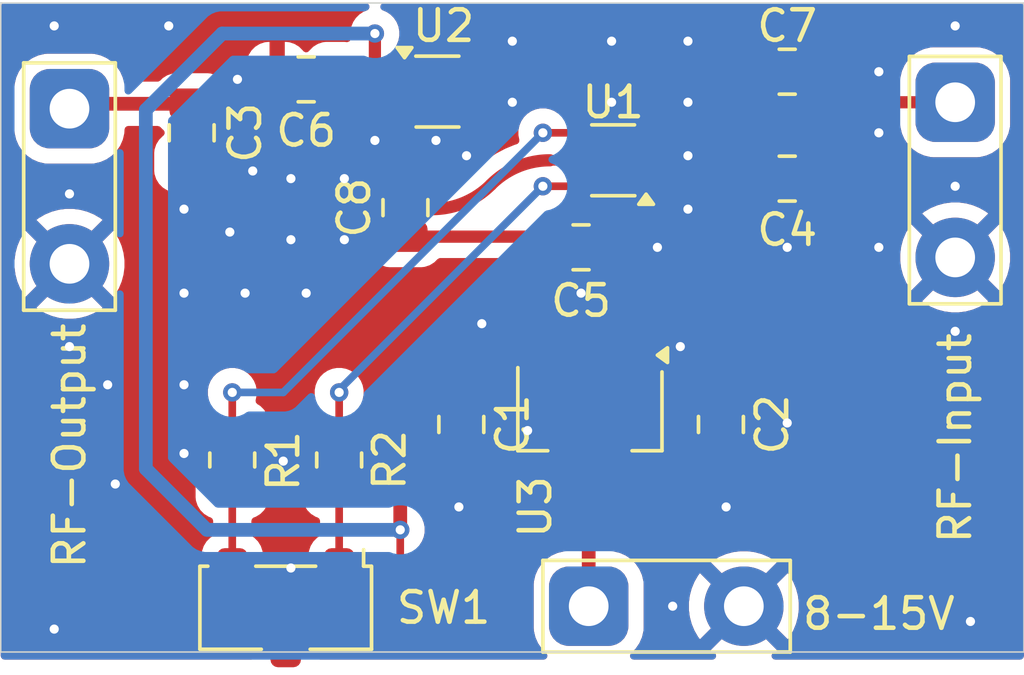
<source format=kicad_pcb>
(kicad_pcb (version 20241229) (generator "pcbnew") (generator_version "9.0")
  (title_block (title "30MHz LNA with RF switch") (date "2026-01-19") (rev "V1.0") (company "Z32IT"))
  (layers (0 "F.Cu" signal) (2 "B.Cu" signal) (13 "F.Paste" user) (15 "B.Paste" user) (5 "F.SilkS" user "F.Silkscreen") (7 "B.SilkS" user "B.Silkscreen") (1 "F.Mask" user) (3 "B.Mask" user) (25 "Edge.Cuts" user))
  (net 0 "")
  (net 1 "GND")
  (net 2 "+5V")
  (net 3 "+12V")
  (net 4 "Net-(U1-J1)")
  (net 5 "/RF_out")
  (net 6 "Net-(U1-J3)")
  (net 7 "/RF_in")
  (net 8 "Net-(U1-J2)")
  (net 9 "/LNA_out")
  (net 10 "Net-(C7-Pad1)")
  (net 11 "Net-(C8-Pad2)")
  (net 12 "/PA_ON")
  (net 13 "Net-(U1-V1)")
  (net 14 "Net-(U1-V2)")
  (net 15 "/PA_OFF")
  (footprint "Capacitor_SMD:C_0805_2012Metric" (layer "F.Cu") (at 138.58 80.3 -90)
    (property "Reference" "C2" (at 0 -1.68 90) (layer "F.SilkS"))
    (property "Value" "1u" (hide yes))
    (fp_line (start -0.261252 0.735) (end 0.261252 0.735) (stroke (width 0.12)) (layer "F.SilkS"))
    (fp_line (start -0.261252 -0.735) (end 0.261252 -0.735) (stroke (width 0.12)) (layer "F.SilkS"))
    (pad "1" smd roundrect (at -0.95 0 270) (size 1 1.45) (layers "F.Cu" "F.Mask" "F.Paste") (net 3 "+12V"))
    (pad "2" smd roundrect (at 0.95 0 270) (size 1 1.45) (layers "F.Cu" "F.Mask" "F.Paste") (net 1 "GND"))
  )
  (footprint "Package_TO_SOT_SMD:SOT-89-3" (layer "F.Cu") (at 134.29 79.8 -90)
    (property "Reference" "U3" (at 3.2 1.79 90) (layer "F.SilkS"))
    (property "Value" "MCP1703Ax-500xxMB" (hide yes))
    (fp_line (start 1.36 2.36) (end -1.36 2.36) (stroke (width 0.12)) (layer "F.SilkS"))
    (fp_line (start 1.36 1.38) (end 1.36 2.36) (stroke (width 0.12)) (layer "F.SilkS"))
    (fp_line (start 1.36 -1.38) (end 1.36 -2.36) (stroke (width 0.12)) (layer "F.SilkS"))
    (fp_line (start -1.22 -2.36) (end 1.36 -2.36) (stroke (width 0.12)) (layer "F.SilkS"))
    (fp_poly (pts (xy -1.77 -2.21) (xy -2.01 -2.54) (xy -1.53 -2.54) (xy -1.77 -2.21)) (stroke (width 0.12)) (fill yes) (layer "F.SilkS"))
    (pad "1" smd roundrect (at -1.95 -1.5 270) (size 1.3 0.9) (layers "F.Cu" "F.Mask" "F.Paste") (net 1 "GND"))
    (pad "2" smd custom (at -1.8625 0 270) (size 1.475 0.9) (layers "F.Cu" "F.Mask" "F.Paste") (net 3 "+12V") (options (clearance outline) (anchor rect)) (primitives (gr_poly (pts (xy 3.8625 0.8665) (xy 0.7375 0.8665) (xy 0.7375 -0.8665) (xy 3.8625 -0.8665)) (width 0) (fill yes))))
    (pad "3" smd roundrect (at -1.95 1.5 270) (size 1.3 0.9) (layers "F.Cu" "F.Mask" "F.Paste") (net 2 "+5V"))
  )
  (footprint "Resistor_SMD:R_0805_2012Metric" (layer "F.Cu") (at 122.58 81.4625 -90)
    (property "Reference" "R1" (at 0.0375 -1.67 90) (layer "F.SilkS"))
    (property "Value" "100R" (hide yes))
    (fp_line (start -0.227064 0.735) (end 0.227064 0.735) (stroke (width 0.12)) (layer "F.SilkS"))
    (fp_line (start -0.227064 -0.735) (end 0.227064 -0.735) (stroke (width 0.12)) (layer "F.SilkS"))
    (pad "1" smd roundrect (at -0.9125 0 270) (size 1.025 1.4) (layers "F.Cu" "F.Mask" "F.Paste") (roundrect_rratio 0.243902) (net 13 "Net-(U1-V1)"))
    (pad "2" smd roundrect (at 0.9125 0 270) (size 1.025 1.4) (layers "F.Cu" "F.Mask" "F.Paste") (roundrect_rratio 0.243902) (net 12 "/PA_ON"))
  )
  (footprint "TestPoint:TestPoint_2Pads_Pitch5.08mm_Drill1.3mm" (layer "F.Cu") (at 146.25 69.75 -90)
    (property "Reference" "TP1")
    (property "Value" "RF-Input" (at 11 0 90) (layer "F.SilkS"))
    (fp_line (start 6.6 1.5) (end -1.5 1.5) (stroke (width 0.12)) (layer "F.SilkS"))
    (fp_line (start 6.6 1.5) (end 6.6 -1.5) (stroke (width 0.12)) (layer "F.SilkS"))
    (fp_line (start -1.5 -1.5) (end -1.5 1.5) (stroke (width 0.12)) (layer "F.SilkS"))
    (fp_line (start -1.5 -1.5) (end 6.6 -1.5) (stroke (width 0.12)) (layer "F.SilkS"))
    (pad "1" thru_hole roundrect (at 0 0 270) (size 2.6 2.6) (drill 1.3) (layers "*.Cu" "*.Mask") (net 7 "/RF_in"))
    (pad "2" thru_hole circle (at 5.08 0 270) (size 2.6 2.6) (drill 1.3) (layers "*.Cu" "*.Mask") (net 1 "GND"))
  )
  (footprint "Package_TO_SOT_SMD:SOT-363_SC-70-6" (layer "F.Cu") (at 129.3 69.4)
    (property "Reference" "U2" (at 0.2 -2.15 0) (layer "F.SilkS"))
    (property "Value" "BGA2869" (hide yes))
    (fp_line (start -0.71 -1.16) (end 0.7 -1.16) (stroke (width 0.12)) (layer "F.SilkS"))
    (fp_line (start -0.7 1.16) (end 0.7 1.16) (stroke (width 0.12)) (layer "F.SilkS"))
    (fp_poly (pts (xy -1.08 -1.11) (xy -1.32 -1.44) (xy -0.84 -1.44) (xy -1.08 -1.11)) (stroke (width 0.12)) (fill yes) (layer "F.SilkS"))
    (pad "1" smd roundrect (at -0.95 -0.65) (size 0.65 0.4) (layers "F.Cu" "F.Mask" "F.Paste") (net 2 "+5V"))
    (pad "2" smd roundrect (at -0.95 0) (size 0.65 0.4) (layers "F.Cu" "F.Mask" "F.Paste") (net 1 "GND"))
    (pad "3" smd roundrect (at -0.95 0.65) (size 0.65 0.4) (layers "F.Cu" "F.Mask" "F.Paste") (net 11 "Net-(C8-Pad2)"))
    (pad "4" smd roundrect (at 0.95 0.65) (size 0.65 0.4) (layers "F.Cu" "F.Mask" "F.Paste") (net 1 "GND"))
    (pad "5" smd roundrect (at 0.95 0) (size 0.65 0.4) (layers "F.Cu" "F.Mask" "F.Paste") (net 1 "GND"))
    (pad "6" smd roundrect (at 0.95 -0.65) (size 0.65 0.4) (layers "F.Cu" "F.Mask" "F.Paste") (net 10 "Net-(C7-Pad1)"))
  )
  (footprint "Package_TO_SOT_SMD:SOT-363_SC-70-6" (layer "F.Cu") (at 135.05 71.65 180)
    (property "Reference" "U1" (at 0 1.9 0) (layer "F.SilkS"))
    (property "Value" "AS179-92LF" (hide yes))
    (fp_line (start -0.7 1.16) (end 0.7 1.16) (stroke (width 0.12)) (layer "F.SilkS"))
    (fp_line (start -0.71 -1.16) (end 0.7 -1.16) (stroke (width 0.12)) (layer "F.SilkS"))
    (fp_poly (pts (xy -1.08 -1.11) (xy -1.32 -1.44) (xy -0.84 -1.44) (xy -1.08 -1.11)) (stroke (width 0.12)) (fill yes) (layer "F.SilkS"))
    (pad "1" smd roundrect (at -0.95 -0.65 180) (size 0.65 0.4) (layers "F.Cu" "F.Mask" "F.Paste") (net 6 "Net-(U1-J3)"))
    (pad "2" smd roundrect (at -0.95 0 180) (size 0.65 0.4) (layers "F.Cu" "F.Mask" "F.Paste") (net 1 "GND"))
    (pad "3" smd roundrect (at -0.95 0.65 180) (size 0.65 0.4) (layers "F.Cu" "F.Mask" "F.Paste") (net 8 "Net-(U1-J2)"))
    (pad "4" smd roundrect (at 0.95 0.65 180) (size 0.65 0.4) (layers "F.Cu" "F.Mask" "F.Paste") (net 13 "Net-(U1-V1)"))
    (pad "5" smd roundrect (at 0.95 0 180) (size 0.65 0.4) (layers "F.Cu" "F.Mask" "F.Paste") (net 4 "Net-(U1-J1)"))
    (pad "6" smd roundrect (at 0.95 -0.65 180) (size 0.65 0.4) (layers "F.Cu" "F.Mask" "F.Paste") (net 14 "Net-(U1-V2)"))
  )
  (footprint "TestPoint:TestPoint_2Pads_Pitch5.08mm_Drill1.3mm" (layer "F.Cu") (at 117.25 69.96 -90)
    (property "Reference" "TP2")
    (property "Value" "RF-Output" (at 11.04 0 90) (layer "F.SilkS"))
    (fp_line (start 6.6 1.5) (end -1.5 1.5) (stroke (width 0.12)) (layer "F.SilkS"))
    (fp_line (start 6.6 1.5) (end 6.6 -1.5) (stroke (width 0.12)) (layer "F.SilkS"))
    (fp_line (start -1.5 -1.5) (end -1.5 1.5) (stroke (width 0.12)) (layer "F.SilkS"))
    (fp_line (start -1.5 -1.5) (end 6.6 -1.5) (stroke (width 0.12)) (layer "F.SilkS"))
    (pad "1" thru_hole roundrect (at 0 0 270) (size 2.6 2.6) (drill 1.3) (layers "*.Cu" "*.Mask") (net 5 "/RF_out"))
    (pad "2" thru_hole circle (at 5.08 0 270) (size 2.6 2.6) (drill 1.3) (layers "*.Cu" "*.Mask") (net 1 "GND"))
  )
  (footprint "Capacitor_SMD:C_0805_2012Metric" (layer "F.Cu") (at 134 74.5)
    (property "Reference" "C5" (at 0 1.75 0) (layer "F.SilkS"))
    (property "Value" "10n" (hide yes))
    (fp_line (start -0.261252 -0.735) (end 0.261252 -0.735) (stroke (width 0.12)) (layer "F.SilkS"))
    (fp_line (start -0.261252 0.735) (end 0.261252 0.735) (stroke (width 0.12)) (layer "F.SilkS"))
    (pad "1" smd roundrect (at -0.95 0) (size 1 1.45) (layers "F.Cu" "F.Mask" "F.Paste") (net 9 "/LNA_out"))
    (pad "2" smd roundrect (at 0.95 0) (size 1 1.45) (layers "F.Cu" "F.Mask" "F.Paste") (net 8 "Net-(U1-J2)"))
  )
  (footprint "TestPoint:TestPoint_2Pads_Pitch5.08mm_Drill1.3mm" (layer "F.Cu") (at 134.25 86.25)
    (property "Reference" "TP3")
    (property "Value" "8-15V" (at 9.5 0.25 0) (layer "F.SilkS"))
    (fp_line (start -1.5 -1.5) (end -1.5 1.5) (stroke (width 0.12)) (layer "F.SilkS"))
    (fp_line (start -1.5 -1.5) (end 6.6 -1.5) (stroke (width 0.12)) (layer "F.SilkS"))
    (fp_line (start 6.6 1.5) (end -1.5 1.5) (stroke (width 0.12)) (layer "F.SilkS"))
    (fp_line (start 6.6 1.5) (end 6.6 -1.5) (stroke (width 0.12)) (layer "F.SilkS"))
    (pad "1" thru_hole roundrect (at 0 0) (size 2.6 2.6) (drill 1.3) (layers "*.Cu" "*.Mask") (net 3 "+12V"))
    (pad "2" thru_hole circle (at 5.08 0) (size 2.6 2.6) (drill 1.3) (layers "*.Cu" "*.Mask") (net 1 "GND"))
  )
  (footprint "Resistor_SMD:R_0805_2012Metric" (layer "F.Cu") (at 126.08 81.4625 -90)
    (property "Reference" "R2" (at 0 -1.65 90) (layer "F.SilkS"))
    (property "Value" "100R" (hide yes))
    (fp_line (start -0.227064 0.735) (end 0.227064 0.735) (stroke (width 0.12)) (layer "F.SilkS"))
    (fp_line (start -0.227064 -0.735) (end 0.227064 -0.735) (stroke (width 0.12)) (layer "F.SilkS"))
    (pad "1" smd roundrect (at -0.9125 0 270) (size 1.025 1.4) (layers "F.Cu" "F.Mask" "F.Paste") (roundrect_rratio 0.243902) (net 14 "Net-(U1-V2)"))
    (pad "2" smd roundrect (at 0.9125 0 270) (size 1.025 1.4) (layers "F.Cu" "F.Mask" "F.Paste") (roundrect_rratio 0.243902) (net 15 "/PA_OFF"))
  )
  (footprint "Capacitor_SMD:C_0805_2012Metric" (layer "F.Cu") (at 125 69 180)
    (property "Reference" "C6" (at 0 -1.68 0) (layer "F.SilkS"))
    (property "Value" "470p" (hide yes))
    (fp_line (start -0.261252 0.735) (end 0.261252 0.735) (stroke (width 0.12)) (layer "F.SilkS"))
    (fp_line (start -0.261252 -0.735) (end 0.261252 -0.735) (stroke (width 0.12)) (layer "F.SilkS"))
    (pad "1" smd roundrect (at -0.95 0 180) (size 1 1.45) (layers "F.Cu" "F.Mask" "F.Paste") (net 2 "+5V"))
    (pad "2" smd roundrect (at 0.95 0 180) (size 1 1.45) (layers "F.Cu" "F.Mask" "F.Paste") (net 1 "GND"))
  )
  (footprint "Capacitor_SMD:C_0805_2012Metric" (layer "F.Cu") (at 130.08 80.3 -90)
    (property "Reference" "C1" (at 0 -1.68 90) (layer "F.SilkS"))
    (property "Value" "1u" (hide yes))
    (fp_line (start -0.261252 0.735) (end 0.261252 0.735) (stroke (width 0.12)) (layer "F.SilkS"))
    (fp_line (start -0.261252 -0.735) (end 0.261252 -0.735) (stroke (width 0.12)) (layer "F.SilkS"))
    (pad "1" smd roundrect (at -0.95 0 270) (size 1 1.45) (layers "F.Cu" "F.Mask" "F.Paste") (net 2 "+5V"))
    (pad "2" smd roundrect (at 0.95 0 270) (size 1 1.45) (layers "F.Cu" "F.Mask" "F.Paste") (net 1 "GND"))
  )
  (footprint "Capacitor_SMD:C_0805_2012Metric" (layer "F.Cu") (at 128.25 73.2 90)
    (property "Reference" "C8" (at 0 -1.68 90) (layer "F.SilkS"))
    (property "Value" "470p" (hide yes))
    (fp_line (start -0.261252 -0.735) (end 0.261252 -0.735) (stroke (width 0.12)) (layer "F.SilkS"))
    (fp_line (start -0.261252 0.735) (end 0.261252 0.735) (stroke (width 0.12)) (layer "F.SilkS"))
    (pad "1" smd roundrect (at -0.95 0 90) (size 1 1.45) (layers "F.Cu" "F.Mask" "F.Paste") (net 9 "/LNA_out"))
    (pad "2" smd roundrect (at 0.95 0 90) (size 1 1.45) (layers "F.Cu" "F.Mask" "F.Paste") (net 11 "Net-(C8-Pad2)"))
  )
  (footprint "Button_Switch_SMD:Nidec_Copal_CAS-120A" (layer "F.Cu") (at 124.33 86.3 -90)
    (property "Reference" "SW1" (at 0 -5.17 0) (layer "F.SilkS"))
    (property "Value" "SW-AMP_ON-OFF" (hide yes))
    (fp_line (start -1.36 2.81) (end -1.36 2.55) (stroke (width 0.12)) (layer "F.SilkS"))
    (fp_line (start 1.35 2.81) (end -1.35 2.81) (stroke (width 0.12)) (layer "F.SilkS"))
    (fp_line (start 1.36 0.8) (end 1.36 2.81) (stroke (width 0.12)) (layer "F.SilkS"))
    (fp_line (start -1.36 -0.98) (end -1.36 0.98) (stroke (width 0.12)) (layer "F.SilkS"))
    (fp_line (start -1.36 -2.55) (end -1.9 -2.55) (stroke (width 0.12)) (layer "F.SilkS"))
    (fp_line (start -1.36 -2.55) (end -1.36 -2.8) (stroke (width 0.12)) (layer "F.SilkS"))
    (fp_line (start -1.36 -2.81) (end 1.36 -2.81) (stroke (width 0.12)) (layer "F.SilkS"))
    (fp_line (start 1.36 -2.81) (end 1.36 -0.8) (stroke (width 0.12)) (layer "F.SilkS"))
    (pad "1" smd roundrect (at -1.15 -1.75 180) (size 1 1.6) (layers "F.Cu" "F.Mask" "F.Paste") (net 15 "/PA_OFF"))
    (pad "2" smd roundrect (at 1.15 0 180) (size 1 1.6) (layers "F.Cu" "F.Mask" "F.Paste") (net 2 "+5V"))
    (pad "3" smd roundrect (at -1.15 1.75 180) (size 1 1.6) (layers "F.Cu" "F.Mask" "F.Paste") (net 12 "/PA_ON"))
  )
  (footprint "Capacitor_SMD:C_0805_2012Metric" (layer "F.Cu") (at 121.25 70.75 90)
    (property "Reference" "C3" (at 0 1.75 90) (layer "F.SilkS"))
    (property "Value" "10n" (hide yes))
    (fp_line (start -0.261252 -0.735) (end 0.261252 -0.735) (stroke (width 0.12)) (layer "F.SilkS"))
    (fp_line (start -0.261252 0.735) (end 0.261252 0.735) (stroke (width 0.12)) (layer "F.SilkS"))
    (pad "1" smd roundrect (at -0.95 0 90) (size 1 1.45) (layers "F.Cu" "F.Mask" "F.Paste") (net 4 "Net-(U1-J1)"))
    (pad "2" smd roundrect (at 0.95 0 90) (size 1 1.45) (layers "F.Cu" "F.Mask" "F.Paste") (net 5 "/RF_out"))
  )
  (footprint "Capacitor_SMD:C_0805_2012Metric" (layer "F.Cu") (at 140.75 72.25 180)
    (property "Reference" "C4" (at 0 -1.68 0) (layer "F.SilkS"))
    (property "Value" "10n" (hide yes))
    (fp_line (start -0.261252 0.735) (end 0.261252 0.735) (stroke (width 0.12)) (layer "F.SilkS"))
    (fp_line (start -0.261252 -0.735) (end 0.261252 -0.735) (stroke (width 0.12)) (layer "F.SilkS"))
    (pad "1" smd roundrect (at -0.95 0 180) (size 1 1.45) (layers "F.Cu" "F.Mask" "F.Paste") (net 7 "/RF_in"))
    (pad "2" smd roundrect (at 0.95 0 180) (size 1 1.45) (layers "F.Cu" "F.Mask" "F.Paste") (net 6 "Net-(U1-J3)"))
  )
  (footprint "Capacitor_SMD:C_0805_2012Metric" (layer "F.Cu") (at 140.75 68.75)
    (property "Reference" "C7" (at 0 -1.5 0) (layer "F.SilkS"))
    (property "Value" "470p" (hide yes))
    (fp_line (start -0.261252 -0.735) (end 0.261252 -0.735) (stroke (width 0.12)) (layer "F.SilkS"))
    (fp_line (start -0.261252 0.735) (end 0.261252 0.735) (stroke (width 0.12)) (layer "F.SilkS"))
    (pad "1" smd roundrect (at -0.95 0) (size 1 1.45) (layers "F.Cu" "F.Mask" "F.Paste") (net 10 "Net-(C7-Pad1)"))
    (pad "2" smd roundrect (at 0.95 0) (size 1 1.45) (layers "F.Cu" "F.Mask" "F.Paste") (net 7 "/RF_in"))
  )
  (gr_line (start 148.5 66.5) (end 148.5 87.75) (stroke (width 0.05)) (layer "Edge.Cuts"))
  (gr_line (start 148.5 87.75) (end 115 87.75) (stroke (width 0.05)) (layer "Edge.Cuts"))
  (gr_line (start 115 87.75) (end 115 66.5) (stroke (width 0.05)) (layer "Edge.Cuts"))
  (gr_line (start 115 66.5) (end 148.5 66.5) (stroke (width 0.05)) (layer "Edge.Cuts"))
  (segment (start 130.25 70.05) (end 130.25 69.4) (width 0.35) (layer "F.Cu") (net 1))
  (segment (start 136 71.65) (end 137.35 71.65) (width 0.35) (layer "F.Cu") (net 1))
  (segment (start 137.35 71.65) (end 137.5 71.5) (width 0.2) (layer "F.Cu") (net 1))
  (segment (start 128.35 69.4) (end 130.25 69.4) (width 0.35) (layer "F.Cu") (net 1))
  (segment (start 130.25 71.5) (end 130.25 70.05) (width 0.25) (layer "F.Cu") (net 1))
  (via (at 123 76) (size 0.6) (drill 0.3) (layers "F.Cu" "B.Cu") (net 1))
  (via (at 121 79) (size 0.6) (drill 0.3) (layers "F.Cu" "B.Cu") (net 1))
  (via (at 126.25 72.25) (size 0.6) (drill 0.3) (layers "F.Cu" "B.Cu") (net 1))
  (via (at 118.75 82.25) (size 0.6) (drill 0.3) (layers "F.Cu" "B.Cu") (net 1))
  (via (at 134 76) (size 0.6) (drill 0.3) (layers "F.Cu" "B.Cu") (net 1))
  (via (at 129.25 71) (size 0.6) (drill 0.3) (layers "F.Cu" "B.Cu") (net 1))
  (via (at 127.25 71) (size 0.6) (drill 0.3) (layers "F.Cu" "B.Cu") (net 1))
  (via (at 121 81.25) (size 0.6) (drill 0.3) (layers "F.Cu" "B.Cu") (net 1))
  (via (at 122.75 69) (size 0.6) (drill 0.3) (layers "F.Cu" "B.Cu") (net 1))
  (via (at 143.75 74.5) (size 0.6) (drill 0.3) (layers "F.Cu" "B.Cu") (net 1))
  (via (at 137.5 71.5) (size 0.6) (drill 0.3) (layers "F.Cu" "B.Cu") (net 1))
  (via (at 140.75 74.5) (size 0.6) (drill 0.3) (layers "F.Cu" "B.Cu") (net 1))
  (via (at 126.25 74.25) (size 0.6) (drill 0.3) (layers "F.Cu" "B.Cu") (net 1))
  (via (at 130.75 77) (size 0.6) (drill 0.3) (layers "F.Cu" "B.Cu") (net 1))
  (via (at 131.75 69.75) (size 0.6) (drill 0.3) (layers "F.Cu" "B.Cu") (net 1))
  (via (at 146.75 86.75) (size 0.6) (drill 0.3) (layers "F.Cu" "B.Cu") (net 1))
  (via (at 132.25 80.5) (size 0.6) (drill 0.3) (layers "F.Cu" "B.Cu") (net 1))
  (via (at 146.25 77.25) (size 0.6) (drill 0.3) (layers "F.Cu" "B.Cu") (net 1))
  (via (at 130.25 71.5) (size 0.6) (drill 0.3) (layers "F.Cu" "B.Cu") (net 1))
  (via (at 116.75 87) (size 0.6) (drill 0.3) (layers "F.Cu" "B.Cu") (net 1))
  (via (at 137.5 73.25) (size 0.6) (drill 0.3) (layers "F.Cu" "B.Cu") (net 1))
  (via (at 120.5 67.25) (size 0.6) (drill 0.3) (layers "F.Cu" "B.Cu") (net 1))
  (via (at 124.5 72.25) (size 0.6) (drill 0.3) (layers "F.Cu" "B.Cu") (net 1))
  (via (at 131.75 67.75) (size 0.6) (drill 0.3) (layers "F.Cu" "B.Cu") (net 1))
  (via (at 117.25 77.75) (size 0.6) (drill 0.3) (layers "F.Cu" "B.Cu") (net 1))
  (via (at 116.75 67.25) (size 0.6) (drill 0.3) (layers "F.Cu" "B.Cu") (net 1))
  (via (at 124.5 74.25) (size 0.6) (drill 0.3) (layers "F.Cu" "B.Cu") (net 1))
  (via (at 135 69.75) (size 0.6) (drill 0.3) (layers "F.Cu" "B.Cu") (net 1))
  (via (at 137.5 67.75) (size 0.6) (drill 0.3) (layers "F.Cu" "B.Cu") (net 1))
  (via (at 130 83) (size 0.6) (drill 0.3) (layers "F.Cu" "B.Cu") (net 1))
  (via (at 140.75 80.25) (size 0.6) (drill 0.3) (layers "F.Cu" "B.Cu") (net 1))
  (via (at 122.5 74) (size 0.6) (drill 0.3) (layers "F.Cu" "B.Cu") (net 1))
  (via (at 137.25 77.75) (size 0.6) (drill 0.3) (layers "F.Cu" "B.Cu") (net 1))
  (via (at 143.75 70.75) (size 0.6) (drill 0.3) (layers "F.Cu" "B.Cu") (net 1))
  (via (at 118.5 79) (size 0.6) (drill 0.3) (layers "F.Cu" "B.Cu") (net 1))
  (via (at 124.25 81.5) (size 0.6) (drill 0.3) (layers "F.Cu" "B.Cu") (net 1))
  (via (at 143.75 68.75) (size 0.6) (drill 0.3) (layers "F.Cu" "B.Cu") (net 1))
  (via (at 117.25 72.75) (size 0.6) (drill 0.3) (layers "F.Cu" "B.Cu") (net 1))
  (via (at 135 67.75) (size 0.6) (drill 0.3) (layers "F.Cu" "B.Cu") (net 1))
  (via (at 121 73.25) (size 0.6) (drill 0.3) (layers "F.Cu" "B.Cu") (net 1))
  (via (at 124.5 85) (size 0.6) (drill 0.3) (layers "F.Cu" "B.Cu") (net 1))
  (via (at 138.75 83) (size 0.6) (drill 0.3) (layers "F.Cu" "B.Cu") (net 1))
  (via (at 121 76) (size 0.6) (drill 0.3) (layers "F.Cu" "B.Cu") (net 1))
  (via (at 125 76) (size 0.6) (drill 0.3) (layers "F.Cu" "B.Cu") (net 1))
  (via (at 137.5 69.75) (size 0.6) (drill 0.3) (layers "F.Cu" "B.Cu") (net 1))
  (via (at 137 86.25) (size 0.6) (drill 0.3) (layers "F.Cu" "B.Cu") (net 1))
  (via (at 146.25 72.5) (size 0.6) (drill 0.3) (layers "F.Cu" "B.Cu") (net 1))
  (via (at 136.5 74.5) (size 0.6) (drill 0.3) (layers "F.Cu" "B.Cu") (net 1))
  (via (at 146.25 67.25) (size 0.6) (drill 0.3) (layers "F.Cu" "B.Cu") (net 1))
  (via (at 123.25 72) (size 0.6) (drill 0.3) (layers "F.Cu" "B.Cu") (net 1))
  (segment (start 124.98 86.8) (end 128.08 86.8) (width 0.25) (layer "F.Cu") (net 2))
  (segment (start 128.08 79.8) (end 128.08 83.75) (width 0.45) (layer "F.Cu") (net 2))
  (segment (start 130.08 79.35) (end 128.53 79.35) (width 0.45) (layer "F.Cu") (net 2))
  (segment (start 128.53 79.35) (end 128.08 79.8) (width 0.45) (layer "F.Cu") (net 2))
  (segment (start 127.25 67.5) (end 127.25 68.75) (width 0.4) (layer "F.Cu") (net 2))
  (segment (start 130.08 79.35) (end 131.29 79.35) (width 0.45) (layer "F.Cu") (net 2))
  (segment (start 128.08 83.75) (end 128.08 86.8) (width 0.25) (layer "F.Cu") (net 2))
  (segment (start 124.33 87.45) (end 124.98 86.8) (width 0.25) (layer "F.Cu") (net 2))
  (segment (start 127.25 68.75) (end 128.35 68.75) (width 0.35) (layer "F.Cu") (net 2))
  (segment (start 126.2 68.75) (end 127.25 68.75) (width 0.4) (layer "F.Cu") (net 2))
  (segment (start 125.95 69) (end 126.2 68.75) (width 0.2) (layer "F.Cu") (net 2))
  (segment (start 131.29 79.35) (end 132.79 77.85) (width 0.45) (layer "F.Cu") (net 2))
  (via (at 127.25 67.5) (size 0.6) (drill 0.3) (layers "F.Cu" "B.Cu") (net 2))
  (via (at 128.08 83.75) (size 0.6) (drill 0.3) (layers "F.Cu" "B.Cu") (net 2))
  (segment (start 119.75 70) (end 122.25 67.5) (width 0.45) (layer "B.Cu") (net 2))
  (segment (start 128.08 83.75) (end 121.75 83.75) (width 0.45) (layer "B.Cu") (net 2))
  (segment (start 121.75 83.75) (end 119.75 81.75) (width 0.45) (layer "B.Cu") (net 2))
  (segment (start 119.75 81.75) (end 119.75 70) (width 0.45) (layer "B.Cu") (net 2))
  (segment (start 122.25 67.5) (end 127.25 67.5) (width 0.45) (layer "B.Cu") (net 2))
  (segment (start 134.25 86.25) (end 134.25 77.9775) (width 0.45) (layer "F.Cu") (net 3))
  (segment (start 138.58 79.35) (end 136.7 79.35) (width 0.45) (layer "F.Cu") (net 3))
  (segment (start 134.25 77.9775) (end 134.29 77.9375) (width 0.2) (layer "F.Cu") (net 3))
  (segment (start 136.7 79.35) (end 134.25 81.8) (width 0.45) (layer "F.Cu") (net 3))
  (segment (start 134.25 77.9775) (end 134.25 81.8) (width 0.2) (layer "F.Cu") (net 3))
  (segment (start 122.025 72.475) (end 121.25 71.7) (width 0.4) (layer "F.Cu") (net 4))
  (segment (start 131.049999 72.449999) (end 131.054504 72.445495) (width 0.2) (layer "F.Cu") (net 4))
  (segment (start 132.975 71.65) (end 134.1 71.65) (width 0.35) (layer "F.Cu") (net 4))
  (segment (start 129.118629 73.25) (end 123.896015 73.25) (width 0.4) (layer "F.Cu") (net 4))
  (arc (start 131.049999 72.449999) (mid 130.163879 73.042086) (end 129.118629 73.25) (width 0.4) (layer "F.Cu") (net 4))
  (arc (start 122.025 72.475) (mid 122.883429 73.048584) (end 123.896015 73.25) (width 0.4) (layer "F.Cu") (net 4))
  (arc (start 132.975 71.65) (mid 131.935635 71.856742) (end 131.054504 72.445495) (width 0.4) (layer "F.Cu") (net 4))
  (segment (start 117.41 69.8) (end 117.25 69.96) (width 0.2) (layer "F.Cu") (net 5))
  (segment (start 117.29 70) (end 117.25 69.96) (width 0.2) (layer "F.Cu") (net 5))
  (segment (start 121.25 69.8) (end 117.41 69.8) (width 0.45) (layer "F.Cu") (net 5))
  (segment (start 139.75 72.3) (end 139.8 72.25) (width 0.2) (layer "F.Cu") (net 6))
  (segment (start 136 72.3) (end 139.75 72.3) (width 0.35) (layer "F.Cu") (net 6))
  (segment (start 141.7 72.25) (end 141.7 68.75) (width 0.4) (layer "F.Cu") (net 7))
  (segment (start 143.407106 69.75) (end 146.25 69.75) (width 0.4) (layer "F.Cu") (net 7))
  (segment (start 142.2 69.25) (end 141.7 68.75) (width 0.35) (layer "F.Cu") (net 7))
  (arc (start 142.2 69.25) (mid 142.753825 69.620054) (end 143.407106 69.75) (width 0.4) (layer "F.Cu") (net 7))
  (segment (start 135.35 71.4) (end 135.75 71) (width 0.35) (layer "F.Cu") (net 8))
  (segment (start 136 71) (end 135.75 71) (width 0.35) (layer "F.Cu") (net 8))
  (segment (start 134.95 72.365685) (end 134.95 74.5) (width 0.4) (layer "F.Cu") (net 8))
  (arc (start 135.35 71.4) (mid 135.053956 71.84306) (end 134.95 72.365685) (width 0.4) (layer "F.Cu") (net 8))
  (segment (start 128.25 74.15) (end 132.7 74.15) (width 0.4) (layer "F.Cu") (net 9))
  (segment (start 132.7 74.15) (end 133.05 74.5) (width 0.2) (layer "F.Cu") (net 9))
  (segment (start 130.25 68.75) (end 139.8 68.75) (width 0.35) (layer "F.Cu") (net 10))
  (segment (start 128.25 70.15) (end 128.35 70.05) (width 0.2) (layer "F.Cu") (net 11))
  (segment (start 128.25 72.25) (end 128.25 70.15) (width 0.4) (layer "F.Cu") (net 11))
  (segment (start 122.58 85.15) (end 122.58 82.375) (width 0.25) (layer "F.Cu") (net 12))
  (segment (start 133.85 70.75) (end 134.1 71) (width 0.25) (layer "F.Cu") (net 13))
  (segment (start 132.75 70.75) (end 133.85 70.75) (width 0.25) (layer "F.Cu") (net 13))
  (segment (start 122.58 80.55) (end 122.58 79.25) (width 0.25) (layer "F.Cu") (net 13))
  (via (at 122.58 79.25) (size 0.6) (drill 0.3) (layers "F.Cu" "B.Cu") (net 13))
  (via (at 132.75 70.75) (size 0.6) (drill 0.3) (layers "F.Cu" "B.Cu") (net 13))
  (segment (start 122.58 79.25) (end 124.25 79.25) (width 0.25) (layer "B.Cu") (net 13))
  (segment (start 124.25 79.25) (end 132.75 70.75) (width 0.25) (layer "B.Cu") (net 13))
  (segment (start 133.9 72.5) (end 134.1 72.3) (width 0.25) (layer "F.Cu") (net 14))
  (segment (start 132.75 72.5) (end 133.9 72.5) (width 0.25) (layer "F.Cu") (net 14))
  (segment (start 126.08 80.55) (end 126.08 79.25) (width 0.25) (layer "F.Cu") (net 14))
  (via (at 126.08 79.25) (size 0.6) (drill 0.3) (layers "F.Cu" "B.Cu") (net 14))
  (via (at 132.75 72.5) (size 0.6) (drill 0.3) (layers "F.Cu" "B.Cu") (net 14))
  (segment (start 126.08 79.17) (end 132.75 72.5) (width 0.25) (layer "B.Cu") (net 14))
  (segment (start 126.08 79.25) (end 126.08 79.17) (width 0.2) (layer "B.Cu") (net 14))
  (segment (start 126.08 85.15) (end 126.08 82.375) (width 0.25) (layer "F.Cu") (net 15))
  (zone (net 1) (net_name "GND") (layers "F.Cu" "B.Cu") (connect_pads (clearance 0.5)) (min_thickness 0.25) (fill yes (thermal_gap 0.5) (thermal_bridge_width 0.5))
    (polygon (pts (xy 115 66.5) (xy 148.5 66.5) (xy 148.5 88) (xy 115 88) (xy 115 87.5)))
  )
)
</source>
